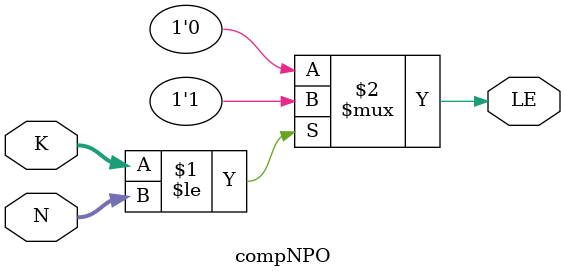
<source format=v>
module compNPO(input [7:0] K, N, output LE);
	assign LE = K<=N ? 1'b1 : 1'b0;
endmodule
</source>
